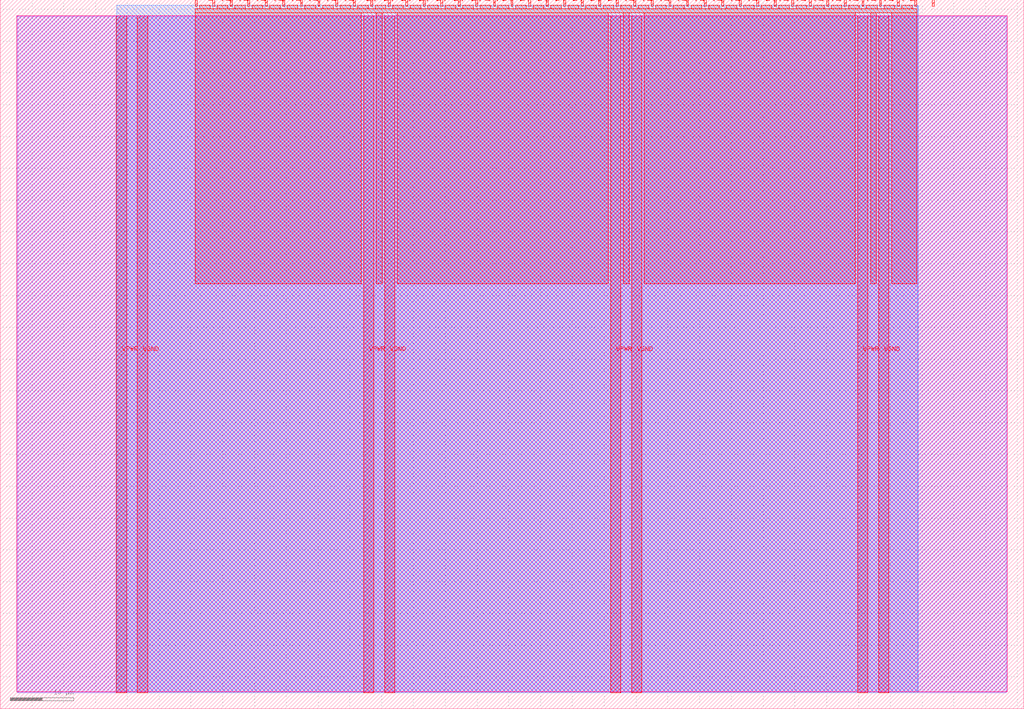
<source format=lef>
VERSION 5.7 ;
  NOWIREEXTENSIONATPIN ON ;
  DIVIDERCHAR "/" ;
  BUSBITCHARS "[]" ;
MACRO tt_um_librelane3_test1
  CLASS BLOCK ;
  FOREIGN tt_um_librelane3_test1 ;
  ORIGIN 0.000 0.000 ;
  SIZE 161.000 BY 111.520 ;
  PIN VGND
    DIRECTION INOUT ;
    USE GROUND ;
    PORT
      LAYER met4 ;
        RECT 21.580 2.480 23.180 109.040 ;
    END
    PORT
      LAYER met4 ;
        RECT 60.450 2.480 62.050 109.040 ;
    END
    PORT
      LAYER met4 ;
        RECT 99.320 2.480 100.920 109.040 ;
    END
    PORT
      LAYER met4 ;
        RECT 138.190 2.480 139.790 109.040 ;
    END
  END VGND
  PIN VPWR
    DIRECTION INOUT ;
    USE POWER ;
    PORT
      LAYER met4 ;
        RECT 18.280 2.480 19.880 109.040 ;
    END
    PORT
      LAYER met4 ;
        RECT 57.150 2.480 58.750 109.040 ;
    END
    PORT
      LAYER met4 ;
        RECT 96.020 2.480 97.620 109.040 ;
    END
    PORT
      LAYER met4 ;
        RECT 134.890 2.480 136.490 109.040 ;
    END
  END VPWR
  PIN clk
    DIRECTION INPUT ;
    USE SIGNAL ;
    ANTENNAGATEAREA 0.852000 ;
    PORT
      LAYER met4 ;
        RECT 143.830 110.520 144.130 111.520 ;
    END
  END clk
  PIN ena
    DIRECTION INPUT ;
    USE SIGNAL ;
    PORT
      LAYER met4 ;
        RECT 146.590 110.520 146.890 111.520 ;
    END
  END ena
  PIN rst_n
    DIRECTION INPUT ;
    USE SIGNAL ;
    ANTENNAGATEAREA 0.213000 ;
    PORT
      LAYER met4 ;
        RECT 141.070 110.520 141.370 111.520 ;
    END
  END rst_n
  PIN ui_in[0]
    DIRECTION INPUT ;
    USE SIGNAL ;
    ANTENNAGATEAREA 0.393000 ;
    PORT
      LAYER met4 ;
        RECT 138.310 110.520 138.610 111.520 ;
    END
  END ui_in[0]
  PIN ui_in[1]
    DIRECTION INPUT ;
    USE SIGNAL ;
    ANTENNAGATEAREA 0.196500 ;
    PORT
      LAYER met4 ;
        RECT 135.550 110.520 135.850 111.520 ;
    END
  END ui_in[1]
  PIN ui_in[2]
    DIRECTION INPUT ;
    USE SIGNAL ;
    ANTENNAGATEAREA 0.196500 ;
    PORT
      LAYER met4 ;
        RECT 132.790 110.520 133.090 111.520 ;
    END
  END ui_in[2]
  PIN ui_in[3]
    DIRECTION INPUT ;
    USE SIGNAL ;
    ANTENNAGATEAREA 0.196500 ;
    PORT
      LAYER met4 ;
        RECT 130.030 110.520 130.330 111.520 ;
    END
  END ui_in[3]
  PIN ui_in[4]
    DIRECTION INPUT ;
    USE SIGNAL ;
    ANTENNAGATEAREA 0.196500 ;
    PORT
      LAYER met4 ;
        RECT 127.270 110.520 127.570 111.520 ;
    END
  END ui_in[4]
  PIN ui_in[5]
    DIRECTION INPUT ;
    USE SIGNAL ;
    ANTENNAGATEAREA 0.196500 ;
    PORT
      LAYER met4 ;
        RECT 124.510 110.520 124.810 111.520 ;
    END
  END ui_in[5]
  PIN ui_in[6]
    DIRECTION INPUT ;
    USE SIGNAL ;
    ANTENNAGATEAREA 0.196500 ;
    PORT
      LAYER met4 ;
        RECT 121.750 110.520 122.050 111.520 ;
    END
  END ui_in[6]
  PIN ui_in[7]
    DIRECTION INPUT ;
    USE SIGNAL ;
    ANTENNAGATEAREA 0.196500 ;
    PORT
      LAYER met4 ;
        RECT 118.990 110.520 119.290 111.520 ;
    END
  END ui_in[7]
  PIN uio_in[0]
    DIRECTION INPUT ;
    USE SIGNAL ;
    ANTENNAGATEAREA 0.196500 ;
    PORT
      LAYER met4 ;
        RECT 116.230 110.520 116.530 111.520 ;
    END
  END uio_in[0]
  PIN uio_in[1]
    DIRECTION INPUT ;
    USE SIGNAL ;
    ANTENNAGATEAREA 0.196500 ;
    PORT
      LAYER met4 ;
        RECT 113.470 110.520 113.770 111.520 ;
    END
  END uio_in[1]
  PIN uio_in[2]
    DIRECTION INPUT ;
    USE SIGNAL ;
    ANTENNAGATEAREA 0.196500 ;
    PORT
      LAYER met4 ;
        RECT 110.710 110.520 111.010 111.520 ;
    END
  END uio_in[2]
  PIN uio_in[3]
    DIRECTION INPUT ;
    USE SIGNAL ;
    ANTENNAGATEAREA 0.196500 ;
    PORT
      LAYER met4 ;
        RECT 107.950 110.520 108.250 111.520 ;
    END
  END uio_in[3]
  PIN uio_in[4]
    DIRECTION INPUT ;
    USE SIGNAL ;
    ANTENNAGATEAREA 0.196500 ;
    PORT
      LAYER met4 ;
        RECT 105.190 110.520 105.490 111.520 ;
    END
  END uio_in[4]
  PIN uio_in[5]
    DIRECTION INPUT ;
    USE SIGNAL ;
    ANTENNAGATEAREA 0.196500 ;
    PORT
      LAYER met4 ;
        RECT 102.430 110.520 102.730 111.520 ;
    END
  END uio_in[5]
  PIN uio_in[6]
    DIRECTION INPUT ;
    USE SIGNAL ;
    ANTENNAGATEAREA 0.196500 ;
    PORT
      LAYER met4 ;
        RECT 99.670 110.520 99.970 111.520 ;
    END
  END uio_in[6]
  PIN uio_in[7]
    DIRECTION INPUT ;
    USE SIGNAL ;
    ANTENNAGATEAREA 0.196500 ;
    PORT
      LAYER met4 ;
        RECT 96.910 110.520 97.210 111.520 ;
    END
  END uio_in[7]
  PIN uio_oe[0]
    DIRECTION OUTPUT ;
    USE SIGNAL ;
    ANTENNADIFFAREA 1.336500 ;
    PORT
      LAYER met4 ;
        RECT 49.990 110.520 50.290 111.520 ;
    END
  END uio_oe[0]
  PIN uio_oe[1]
    DIRECTION OUTPUT ;
    USE SIGNAL ;
    ANTENNADIFFAREA 1.336500 ;
    PORT
      LAYER met4 ;
        RECT 47.230 110.520 47.530 111.520 ;
    END
  END uio_oe[1]
  PIN uio_oe[2]
    DIRECTION OUTPUT ;
    USE SIGNAL ;
    ANTENNADIFFAREA 1.336500 ;
    PORT
      LAYER met4 ;
        RECT 44.470 110.520 44.770 111.520 ;
    END
  END uio_oe[2]
  PIN uio_oe[3]
    DIRECTION OUTPUT ;
    USE SIGNAL ;
    ANTENNADIFFAREA 1.336500 ;
    PORT
      LAYER met4 ;
        RECT 41.710 110.520 42.010 111.520 ;
    END
  END uio_oe[3]
  PIN uio_oe[4]
    DIRECTION OUTPUT ;
    USE SIGNAL ;
    ANTENNADIFFAREA 1.336500 ;
    PORT
      LAYER met4 ;
        RECT 38.950 110.520 39.250 111.520 ;
    END
  END uio_oe[4]
  PIN uio_oe[5]
    DIRECTION OUTPUT ;
    USE SIGNAL ;
    ANTENNADIFFAREA 1.336500 ;
    PORT
      LAYER met4 ;
        RECT 36.190 110.520 36.490 111.520 ;
    END
  END uio_oe[5]
  PIN uio_oe[6]
    DIRECTION OUTPUT ;
    USE SIGNAL ;
    ANTENNADIFFAREA 1.336500 ;
    PORT
      LAYER met4 ;
        RECT 33.430 110.520 33.730 111.520 ;
    END
  END uio_oe[6]
  PIN uio_oe[7]
    DIRECTION OUTPUT ;
    USE SIGNAL ;
    ANTENNAGATEAREA 4.455000 ;
    ANTENNADIFFAREA 0.924000 ;
    PORT
      LAYER met4 ;
        RECT 30.670 110.520 30.970 111.520 ;
    END
  END uio_oe[7]
  PIN uio_out[0]
    DIRECTION OUTPUT ;
    USE SIGNAL ;
    ANTENNADIFFAREA 0.924000 ;
    PORT
      LAYER met4 ;
        RECT 72.070 110.520 72.370 111.520 ;
    END
  END uio_out[0]
  PIN uio_out[1]
    DIRECTION OUTPUT ;
    USE SIGNAL ;
    ANTENNADIFFAREA 0.924000 ;
    PORT
      LAYER met4 ;
        RECT 69.310 110.520 69.610 111.520 ;
    END
  END uio_out[1]
  PIN uio_out[2]
    DIRECTION OUTPUT ;
    USE SIGNAL ;
    ANTENNADIFFAREA 0.924000 ;
    PORT
      LAYER met4 ;
        RECT 66.550 110.520 66.850 111.520 ;
    END
  END uio_out[2]
  PIN uio_out[3]
    DIRECTION OUTPUT ;
    USE SIGNAL ;
    ANTENNADIFFAREA 0.924000 ;
    PORT
      LAYER met4 ;
        RECT 63.790 110.520 64.090 111.520 ;
    END
  END uio_out[3]
  PIN uio_out[4]
    DIRECTION OUTPUT ;
    USE SIGNAL ;
    ANTENNADIFFAREA 0.924000 ;
    PORT
      LAYER met4 ;
        RECT 61.030 110.520 61.330 111.520 ;
    END
  END uio_out[4]
  PIN uio_out[5]
    DIRECTION OUTPUT ;
    USE SIGNAL ;
    ANTENNADIFFAREA 0.924000 ;
    PORT
      LAYER met4 ;
        RECT 58.270 110.520 58.570 111.520 ;
    END
  END uio_out[5]
  PIN uio_out[6]
    DIRECTION OUTPUT ;
    USE SIGNAL ;
    ANTENNADIFFAREA 0.924000 ;
    PORT
      LAYER met4 ;
        RECT 55.510 110.520 55.810 111.520 ;
    END
  END uio_out[6]
  PIN uio_out[7]
    DIRECTION OUTPUT ;
    USE SIGNAL ;
    ANTENNADIFFAREA 0.924000 ;
    PORT
      LAYER met4 ;
        RECT 52.750 110.520 53.050 111.520 ;
    END
  END uio_out[7]
  PIN uo_out[0]
    DIRECTION OUTPUT ;
    USE SIGNAL ;
    ANTENNADIFFAREA 1.288000 ;
    PORT
      LAYER met4 ;
        RECT 94.150 110.520 94.450 111.520 ;
    END
  END uo_out[0]
  PIN uo_out[1]
    DIRECTION OUTPUT ;
    USE SIGNAL ;
    ANTENNADIFFAREA 1.782000 ;
    PORT
      LAYER met4 ;
        RECT 91.390 110.520 91.690 111.520 ;
    END
  END uo_out[1]
  PIN uo_out[2]
    DIRECTION OUTPUT ;
    USE SIGNAL ;
    ANTENNADIFFAREA 1.782000 ;
    PORT
      LAYER met4 ;
        RECT 88.630 110.520 88.930 111.520 ;
    END
  END uo_out[2]
  PIN uo_out[3]
    DIRECTION OUTPUT ;
    USE SIGNAL ;
    ANTENNADIFFAREA 1.782000 ;
    PORT
      LAYER met4 ;
        RECT 85.870 110.520 86.170 111.520 ;
    END
  END uo_out[3]
  PIN uo_out[4]
    DIRECTION OUTPUT ;
    USE SIGNAL ;
    ANTENNADIFFAREA 1.782000 ;
    PORT
      LAYER met4 ;
        RECT 83.110 110.520 83.410 111.520 ;
    END
  END uo_out[4]
  PIN uo_out[5]
    DIRECTION OUTPUT ;
    USE SIGNAL ;
    ANTENNADIFFAREA 1.782000 ;
    PORT
      LAYER met4 ;
        RECT 80.350 110.520 80.650 111.520 ;
    END
  END uo_out[5]
  PIN uo_out[6]
    DIRECTION OUTPUT ;
    USE SIGNAL ;
    ANTENNADIFFAREA 1.782000 ;
    PORT
      LAYER met4 ;
        RECT 77.590 110.520 77.890 111.520 ;
    END
  END uo_out[6]
  PIN uo_out[7]
    DIRECTION OUTPUT ;
    USE SIGNAL ;
    ANTENNADIFFAREA 1.782000 ;
    PORT
      LAYER met4 ;
        RECT 74.830 110.520 75.130 111.520 ;
    END
  END uo_out[7]
  OBS
      LAYER nwell ;
        RECT 2.570 2.635 158.430 108.990 ;
      LAYER li1 ;
        RECT 2.760 2.635 158.240 108.885 ;
      LAYER met1 ;
        RECT 2.760 2.480 158.240 109.040 ;
      LAYER met2 ;
        RECT 18.310 2.535 144.350 110.685 ;
      LAYER met3 ;
        RECT 18.290 2.555 144.375 110.665 ;
      LAYER met4 ;
        RECT 31.370 110.120 33.030 110.665 ;
        RECT 34.130 110.120 35.790 110.665 ;
        RECT 36.890 110.120 38.550 110.665 ;
        RECT 39.650 110.120 41.310 110.665 ;
        RECT 42.410 110.120 44.070 110.665 ;
        RECT 45.170 110.120 46.830 110.665 ;
        RECT 47.930 110.120 49.590 110.665 ;
        RECT 50.690 110.120 52.350 110.665 ;
        RECT 53.450 110.120 55.110 110.665 ;
        RECT 56.210 110.120 57.870 110.665 ;
        RECT 58.970 110.120 60.630 110.665 ;
        RECT 61.730 110.120 63.390 110.665 ;
        RECT 64.490 110.120 66.150 110.665 ;
        RECT 67.250 110.120 68.910 110.665 ;
        RECT 70.010 110.120 71.670 110.665 ;
        RECT 72.770 110.120 74.430 110.665 ;
        RECT 75.530 110.120 77.190 110.665 ;
        RECT 78.290 110.120 79.950 110.665 ;
        RECT 81.050 110.120 82.710 110.665 ;
        RECT 83.810 110.120 85.470 110.665 ;
        RECT 86.570 110.120 88.230 110.665 ;
        RECT 89.330 110.120 90.990 110.665 ;
        RECT 92.090 110.120 93.750 110.665 ;
        RECT 94.850 110.120 96.510 110.665 ;
        RECT 97.610 110.120 99.270 110.665 ;
        RECT 100.370 110.120 102.030 110.665 ;
        RECT 103.130 110.120 104.790 110.665 ;
        RECT 105.890 110.120 107.550 110.665 ;
        RECT 108.650 110.120 110.310 110.665 ;
        RECT 111.410 110.120 113.070 110.665 ;
        RECT 114.170 110.120 115.830 110.665 ;
        RECT 116.930 110.120 118.590 110.665 ;
        RECT 119.690 110.120 121.350 110.665 ;
        RECT 122.450 110.120 124.110 110.665 ;
        RECT 125.210 110.120 126.870 110.665 ;
        RECT 127.970 110.120 129.630 110.665 ;
        RECT 130.730 110.120 132.390 110.665 ;
        RECT 133.490 110.120 135.150 110.665 ;
        RECT 136.250 110.120 137.910 110.665 ;
        RECT 139.010 110.120 140.670 110.665 ;
        RECT 141.770 110.120 143.430 110.665 ;
        RECT 30.655 109.440 144.145 110.120 ;
        RECT 30.655 66.815 56.750 109.440 ;
        RECT 59.150 66.815 60.050 109.440 ;
        RECT 62.450 66.815 95.620 109.440 ;
        RECT 98.020 66.815 98.920 109.440 ;
        RECT 101.320 66.815 134.490 109.440 ;
        RECT 136.890 66.815 137.790 109.440 ;
        RECT 140.190 66.815 144.145 109.440 ;
  END
END tt_um_librelane3_test1
END LIBRARY


</source>
